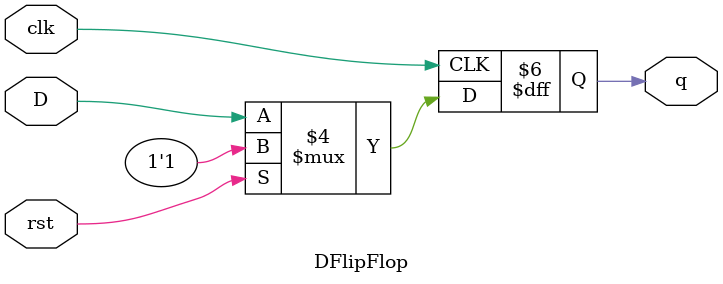
<source format=v>
module DFlipFlop(q, D, clk, rst);
	input D, clk, rst;
	output q;
	reg q;

	initial begin 
		q = 1;
	end 

	always@ (posedge clk) begin
		if(rst)
			q = 1;
		else
			q = D;
	end 

endmodule 
</source>
